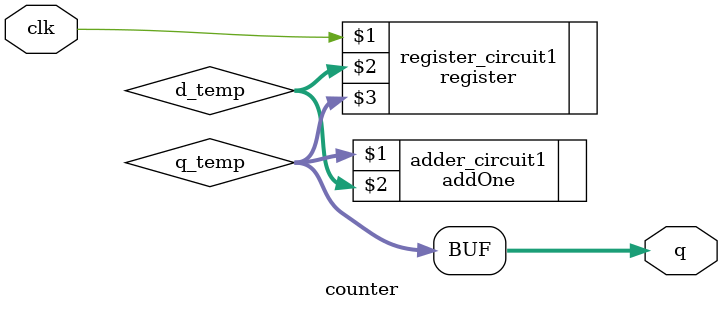
<source format=v>
module counter
(
    input wire clk,
    output [4:0] q
);
wire [4:0] d_temp, q_temp;
register register_circuit1 (clk, d_temp, q_temp);
addOne adder_circuit1 (q_temp, d_temp);
assign q = q_temp;

endmodule
</source>
